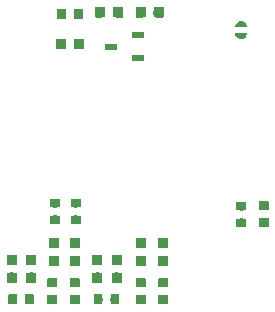
<source format=gbp>
G04*
G04 #@! TF.GenerationSoftware,Altium Limited,Altium Designer,20.2.6 (244)*
G04*
G04 Layer_Color=128*
%FSLAX25Y25*%
%MOIN*%
G70*
G04*
G04 #@! TF.SameCoordinates,AC53DD8C-A68E-409E-BB1C-E70DDFC25F91*
G04*
G04*
G04 #@! TF.FilePolarity,Positive*
G04*
G01*
G75*
%ADD15R,0.03543X0.03150*%
%ADD26R,0.04213X0.02095*%
%ADD27R,0.03175X0.03402*%
%ADD28C,0.01000*%
%ADD29R,0.03150X0.03543*%
%ADD30R,0.03402X0.03175*%
G36*
X437053Y365865D02*
Y362967D01*
X436801Y362715D01*
X434820D01*
X433740Y363872D01*
Y364960D01*
X434820Y366117D01*
X436801D01*
X437053Y365865D01*
D02*
G37*
G36*
X431260Y364960D02*
Y363872D01*
X430180Y362715D01*
X428199D01*
X427947Y362967D01*
Y365865D01*
X428199Y366117D01*
X430180D01*
X431260Y364960D01*
D02*
G37*
G36*
X423553Y365865D02*
Y362967D01*
X423301Y362715D01*
X421320D01*
X420240Y363872D01*
Y364960D01*
X421320Y366117D01*
X423301D01*
X423553Y365865D01*
D02*
G37*
G36*
X417760Y364960D02*
Y363872D01*
X416680Y362715D01*
X414699D01*
X414447Y362967D01*
Y365865D01*
X414699Y366117D01*
X416680D01*
X417760Y364960D01*
D02*
G37*
G36*
X410243Y365449D02*
Y362551D01*
X409991Y362299D01*
X408826D01*
X407240Y363456D01*
Y364544D01*
X408826Y365701D01*
X409991D01*
X410243Y365449D01*
D02*
G37*
G36*
X404760Y364544D02*
Y363456D01*
X403174Y362299D01*
X402009D01*
X401757Y362551D01*
Y365449D01*
X402009Y365701D01*
X403174D01*
X404760Y364544D01*
D02*
G37*
G36*
X464133Y361195D02*
X464696Y360633D01*
X465000Y359898D01*
Y359500D01*
X461000D01*
Y359898D01*
X461305Y360633D01*
X461867Y361195D01*
X462602Y361500D01*
X463398D01*
X464133Y361195D01*
D02*
G37*
G36*
X465000Y357102D02*
X464696Y356367D01*
X464133Y355804D01*
X463398Y355500D01*
X462602D01*
X461867Y355804D01*
X461305Y356367D01*
X461000Y357102D01*
Y357500D01*
X465000D01*
Y357102D01*
D02*
G37*
G36*
X410553Y355449D02*
Y352551D01*
X410301Y352299D01*
X408320D01*
X407240Y353456D01*
Y354544D01*
X408320Y355701D01*
X410301D01*
X410553Y355449D01*
D02*
G37*
G36*
X404760Y354544D02*
Y353456D01*
X403680Y352299D01*
X401699D01*
X401447Y352551D01*
Y355449D01*
X401699Y355701D01*
X403680D01*
X404760Y354544D01*
D02*
G37*
G36*
X409595Y301991D02*
Y300826D01*
X408439Y299240D01*
X407350D01*
X406194Y300826D01*
Y301991D01*
X406446Y302243D01*
X409343D01*
X409595Y301991D01*
D02*
G37*
G36*
X402617D02*
Y300826D01*
X401460Y299240D01*
X400372D01*
X399215Y300826D01*
Y301991D01*
X399467Y302243D01*
X402365D01*
X402617Y301991D01*
D02*
G37*
G36*
X472201Y301247D02*
Y300082D01*
X471044Y298496D01*
X469956D01*
X468799Y300082D01*
Y301247D01*
X469051Y301499D01*
X471949D01*
X472201Y301247D01*
D02*
G37*
G36*
X464701Y300991D02*
Y299826D01*
X463544Y298240D01*
X462456D01*
X461299Y299826D01*
Y300991D01*
X461551Y301243D01*
X464449D01*
X464701Y300991D01*
D02*
G37*
G36*
X409595Y295174D02*
Y294009D01*
X409343Y293757D01*
X406446D01*
X406194Y294009D01*
Y295174D01*
X407350Y296760D01*
X408439D01*
X409595Y295174D01*
D02*
G37*
G36*
X402617D02*
Y294009D01*
X402365Y293757D01*
X399467D01*
X399215Y294009D01*
Y295174D01*
X400372Y296760D01*
X401460D01*
X402617Y295174D01*
D02*
G37*
G36*
X472201Y294429D02*
Y293264D01*
X471949Y293012D01*
X469051D01*
X468799Y293264D01*
Y294429D01*
X469956Y296015D01*
X471044D01*
X472201Y294429D01*
D02*
G37*
G36*
X464701Y294174D02*
Y293009D01*
X464449Y292757D01*
X461551D01*
X461299Y293009D01*
Y294174D01*
X462456Y295760D01*
X463544D01*
X464701Y294174D01*
D02*
G37*
G36*
X438701Y288801D02*
Y286820D01*
X437544Y285740D01*
X436456D01*
X435299Y286820D01*
Y288801D01*
X435551Y289053D01*
X438449D01*
X438701Y288801D01*
D02*
G37*
G36*
X431201D02*
Y286820D01*
X430044Y285740D01*
X428956D01*
X427799Y286820D01*
Y288801D01*
X428051Y289053D01*
X430949D01*
X431201Y288801D01*
D02*
G37*
G36*
X409201D02*
Y286820D01*
X408044Y285740D01*
X406956D01*
X405799Y286820D01*
Y288801D01*
X406051Y289053D01*
X408949D01*
X409201Y288801D01*
D02*
G37*
G36*
X402201D02*
Y286820D01*
X401044Y285740D01*
X399956D01*
X398799Y286820D01*
Y288801D01*
X399051Y289053D01*
X401949D01*
X402201Y288801D01*
D02*
G37*
G36*
X423201Y283301D02*
Y281320D01*
X422044Y280240D01*
X420956D01*
X419799Y281320D01*
Y283301D01*
X420051Y283553D01*
X422949D01*
X423201Y283301D01*
D02*
G37*
G36*
X416701D02*
Y281320D01*
X415544Y280240D01*
X414456D01*
X413299Y281320D01*
Y283301D01*
X413551Y283553D01*
X416449D01*
X416701Y283301D01*
D02*
G37*
G36*
X394701D02*
Y281320D01*
X393544Y280240D01*
X392456D01*
X391299Y281320D01*
Y283301D01*
X391551Y283553D01*
X394449D01*
X394701Y283301D01*
D02*
G37*
G36*
X388201D02*
Y281320D01*
X387044Y280240D01*
X385956D01*
X384799Y281320D01*
Y283301D01*
X385051Y283553D01*
X387949D01*
X388201Y283301D01*
D02*
G37*
G36*
X438701Y282180D02*
Y280199D01*
X438449Y279947D01*
X435551D01*
X435299Y280199D01*
Y282180D01*
X436456Y283260D01*
X437544D01*
X438701Y282180D01*
D02*
G37*
G36*
X431201D02*
Y280199D01*
X430949Y279947D01*
X428051D01*
X427799Y280199D01*
Y282180D01*
X428956Y283260D01*
X430044D01*
X431201Y282180D01*
D02*
G37*
G36*
X409201D02*
Y280199D01*
X408949Y279947D01*
X406051D01*
X405799Y280199D01*
Y282180D01*
X406956Y283260D01*
X408044D01*
X409201Y282180D01*
D02*
G37*
G36*
X402201D02*
Y280199D01*
X401949Y279947D01*
X399051D01*
X398799Y280199D01*
Y282180D01*
X399956Y283260D01*
X401044D01*
X402201Y282180D01*
D02*
G37*
G36*
X423201Y276680D02*
Y274699D01*
X422949Y274447D01*
X420051D01*
X419799Y274699D01*
Y276680D01*
X420956Y277760D01*
X422044D01*
X423201Y276680D01*
D02*
G37*
G36*
X416701D02*
Y274699D01*
X416449Y274447D01*
X413551D01*
X413299Y274699D01*
Y276680D01*
X414456Y277760D01*
X415544D01*
X416701Y276680D01*
D02*
G37*
G36*
X394701D02*
Y274699D01*
X394449Y274447D01*
X391551D01*
X391299Y274699D01*
Y276680D01*
X392456Y277760D01*
X393544D01*
X394701Y276680D01*
D02*
G37*
G36*
X388201D02*
Y274699D01*
X387949Y274447D01*
X385051D01*
X384799Y274699D01*
Y276680D01*
X385956Y277760D01*
X387044D01*
X388201Y276680D01*
D02*
G37*
G36*
X438701Y275491D02*
Y274326D01*
X437544Y272740D01*
X436456D01*
X435299Y274326D01*
Y275491D01*
X435551Y275743D01*
X438449D01*
X438701Y275491D01*
D02*
G37*
G36*
X431201D02*
Y274326D01*
X430044Y272740D01*
X428956D01*
X427799Y274326D01*
Y275491D01*
X428051Y275743D01*
X430949D01*
X431201Y275491D01*
D02*
G37*
G36*
X409201D02*
Y274326D01*
X408044Y272740D01*
X406956D01*
X405799Y274326D01*
Y275491D01*
X406051Y275743D01*
X408949D01*
X409201Y275491D01*
D02*
G37*
G36*
X401701D02*
Y274326D01*
X400544Y272740D01*
X399456D01*
X398299Y274326D01*
Y275491D01*
X398551Y275743D01*
X401449D01*
X401701Y275491D01*
D02*
G37*
G36*
X438701Y268674D02*
Y267509D01*
X438449Y267257D01*
X435551D01*
X435299Y267509D01*
Y268674D01*
X436456Y270260D01*
X437544D01*
X438701Y268674D01*
D02*
G37*
G36*
X431201D02*
Y267509D01*
X430949Y267257D01*
X428051D01*
X427799Y267509D01*
Y268674D01*
X428956Y270260D01*
X430044D01*
X431201Y268674D01*
D02*
G37*
G36*
X409201D02*
Y267509D01*
X408949Y267257D01*
X406051D01*
X405799Y267509D01*
Y268674D01*
X406956Y270260D01*
X408044D01*
X409201Y268674D01*
D02*
G37*
G36*
X401701D02*
Y267509D01*
X401449Y267257D01*
X398551D01*
X398299Y267509D01*
Y268674D01*
X399456Y270260D01*
X400544D01*
X401701Y268674D01*
D02*
G37*
G36*
X422376Y270266D02*
Y267368D01*
X422124Y267116D01*
X420959D01*
X419373Y268272D01*
Y269361D01*
X420959Y270517D01*
X422124D01*
X422376Y270266D01*
D02*
G37*
G36*
X416892Y269361D02*
Y268272D01*
X415306Y267116D01*
X414141D01*
X413889Y267368D01*
Y270266D01*
X414141Y270517D01*
X415306D01*
X416892Y269361D01*
D02*
G37*
G36*
X393876Y270266D02*
Y267368D01*
X393624Y267116D01*
X392459D01*
X390873Y268272D01*
Y269361D01*
X392459Y270517D01*
X393624D01*
X393876Y270266D01*
D02*
G37*
G36*
X388392Y269361D02*
Y268272D01*
X386806Y267116D01*
X385641D01*
X385389Y267368D01*
Y270266D01*
X385641Y270517D01*
X386806D01*
X388392Y269361D01*
D02*
G37*
D15*
X407895Y295245D02*
D03*
Y300756D02*
D03*
X400916D02*
D03*
Y295245D02*
D03*
X463000Y299756D02*
D03*
Y294245D02*
D03*
X470500Y294500D02*
D03*
Y300011D02*
D03*
X437000Y268744D02*
D03*
Y274255D02*
D03*
X429500Y268744D02*
D03*
Y274255D02*
D03*
X407500Y268744D02*
D03*
Y274255D02*
D03*
X400000Y268744D02*
D03*
Y274255D02*
D03*
D26*
X419531Y353000D02*
D03*
X428468Y349260D02*
D03*
Y356740D02*
D03*
D27*
X416035Y364416D02*
D03*
X421966D02*
D03*
X429534D02*
D03*
X435465D02*
D03*
X403034Y354000D02*
D03*
X408965D02*
D03*
D28*
X463000Y356500D02*
D03*
Y360500D02*
D03*
D29*
X408755Y364000D02*
D03*
X403244D02*
D03*
X420888Y268817D02*
D03*
X415377D02*
D03*
X392388D02*
D03*
X386877D02*
D03*
D30*
X421500Y281965D02*
D03*
Y276034D02*
D03*
X415000Y281965D02*
D03*
Y276034D02*
D03*
X393000Y281965D02*
D03*
Y276034D02*
D03*
X386500Y281965D02*
D03*
Y276034D02*
D03*
X429500Y287466D02*
D03*
Y281535D02*
D03*
X400500Y287466D02*
D03*
Y281535D02*
D03*
X437000D02*
D03*
Y287466D02*
D03*
X407500Y281535D02*
D03*
Y287466D02*
D03*
M02*

</source>
